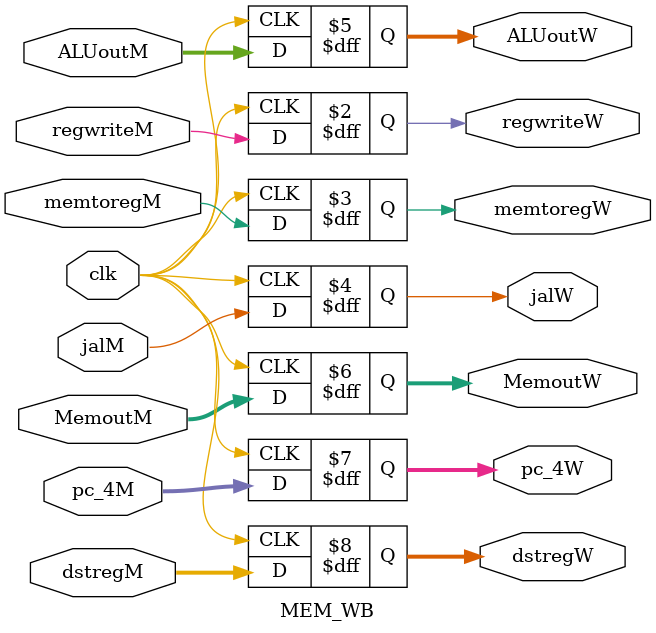
<source format=v>


module MEM_WB(jalM,jalW,pc_4M,pc_4W,regwriteM,memtoregM,ALUoutM,dstregM,MemoutM,clk,regwriteW,memtoregW,ALUoutW,dstregW,MemoutW);
input clk,jalM;
//input we;
input regwriteM,memtoregM;
input [31:0] ALUoutM,MemoutM,pc_4M;
input [4:0] dstregM;

output regwriteW,memtoregW,jalW;
output [31:0] ALUoutW,MemoutW,pc_4W;
output [4:0] dstregW;

reg regwriteW,memtoregW,jalW;
reg [31:0] ALUoutW,MemoutW,pc_4W;
reg [4:0] dstregW;


always @(posedge clk)  //PosEdge Write
	begin
	regwriteW=regwriteM;
	memtoregW=memtoregM;
	ALUoutW=ALUoutM;
	MemoutW=MemoutM;
	dstregW=dstregM;
	pc_4W=pc_4M;
	jalW=jalM;
end
endmodule

</source>
